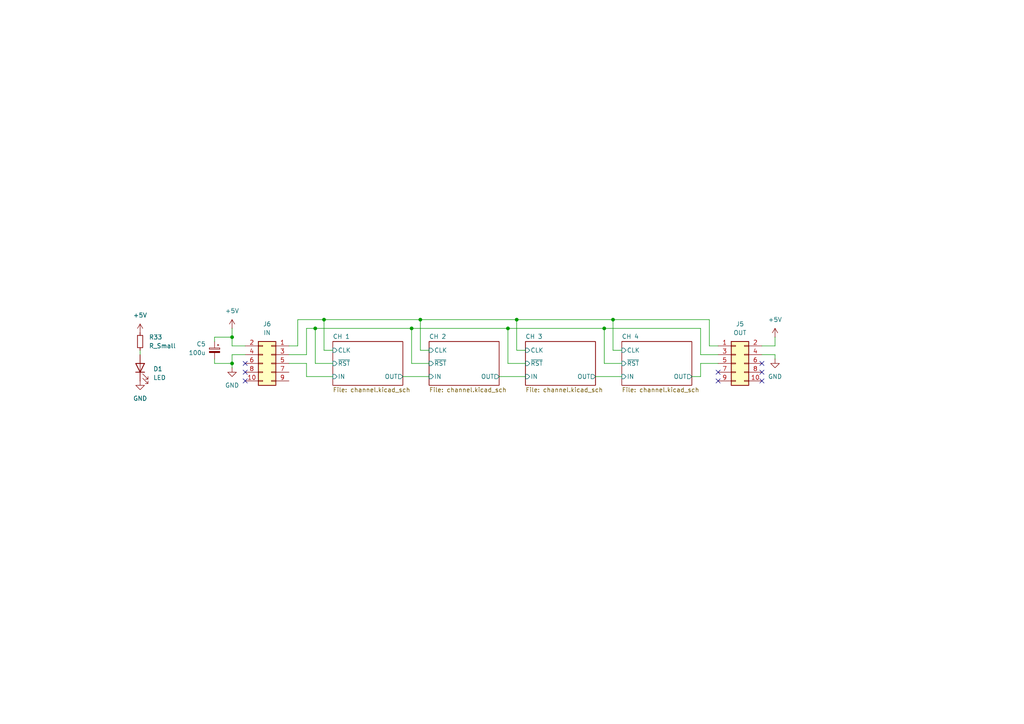
<source format=kicad_sch>
(kicad_sch (version 20250114) (generator "eeschema") (generator_version "9.0")
  (paper "A4")
  (lib_symbols
    (symbol "Connector_Generic:Conn_02x05_Odd_Even" (pin_names (offset 1.016) (hide yes))
      (property "Reference" "J" (at 1.27 7.62 0))
      (property "Value" "Conn_02x05_Odd_Even" (at 1.27 -7.62 0))
      (symbol "Conn_02x05_Odd_Even_1_1"
        (rectangle (start -1.27 6.35) (end 3.81 -6.35) (stroke (width 0.254)) (fill (type background)))
        (rectangle (start -1.27 5.207) (end 0 4.953) (stroke (width 0.1524)))
        (rectangle (start -1.27 2.667) (end 0 2.413) (stroke (width 0.1524)))
        (rectangle (start -1.27 0.127) (end 0 -0.127) (stroke (width 0.1524)))
        (rectangle (start -1.27 -2.413) (end 0 -2.667) (stroke (width 0.1524)))
        (rectangle (start -1.27 -4.953) (end 0 -5.207) (stroke (width 0.1524)))
        (rectangle (start 3.81 5.207) (end 2.54 4.953) (stroke (width 0.1524)))
        (rectangle (start 3.81 2.667) (end 2.54 2.413) (stroke (width 0.1524)))
        (rectangle (start 3.81 0.127) (end 2.54 -0.127) (stroke (width 0.1524)))
        (rectangle (start 3.81 -2.413) (end 2.54 -2.667) (stroke (width 0.1524)))
        (rectangle (start 3.81 -4.953) (end 2.54 -5.207) (stroke (width 0.1524)))
        (pin passive line (at -5.08 5.08 0) (length 3.81) (name "Pin_1") (number "1"))
        (pin passive line (at -5.08 2.54 0) (length 3.81) (name "Pin_3") (number "3"))
        (pin passive line (at -5.08 0 0) (length 3.81) (name "Pin_5") (number "5"))
        (pin passive line (at -5.08 -2.54 0) (length 3.81) (name "Pin_7") (number "7"))
        (pin passive line (at -5.08 -5.08 0) (length 3.81) (name "Pin_9") (number "9"))
        (pin passive line (at 7.62 5.08 180) (length 3.81) (name "Pin_2") (number "2"))
        (pin passive line (at 7.62 2.54 180) (length 3.81) (name "Pin_4") (number "4"))
        (pin passive line (at 7.62 0 180) (length 3.81) (name "Pin_6") (number "6"))
        (pin passive line (at 7.62 -2.54 180) (length 3.81) (name "Pin_8") (number "8"))
        (pin passive line (at 7.62 -5.08 180) (length 3.81) (name "Pin_10") (number "10"))
      )
    )
    (symbol "Device:C_Polarized_Small" (pin_numbers (hide yes)) (pin_names (offset 0.254) (hide yes))
      (property "Reference" "C" (at 0.254 1.778 0))
      (property "Value" "C_Polarized_Small" (at 0.254 -2.032 0))
      (symbol "C_Polarized_Small_0_1"
        (rectangle (start -1.524 0.6858) (end 1.524 0.3048))
        (rectangle (start -1.524 -0.3048) (end 1.524 -0.6858) (fill (type outline)))
        (polyline (pts (xy -1.27 1.524) (xy -0.762 1.524)))
        (polyline (pts (xy -1.016 1.27) (xy -1.016 1.778)))
      )
      (symbol "C_Polarized_Small_1_1"
        (pin passive line (at 0 2.54 270) (length 1.8542) (name "~") (number "1"))
        (pin passive line (at 0 -2.54 90) (length 1.8542) (name "~") (number "2"))
      )
    )
    (symbol "Device:LED" (pin_numbers (hide yes)) (pin_names (offset 1.016) (hide yes))
      (property "Reference" "D" (at 0 2.54 0))
      (property "Value" "LED" (at 0 -2.54 0))
      (symbol "LED_0_1"
        (polyline (pts (xy -3.048 -0.762) (xy -4.572 -2.286) (xy -3.81 -2.286) (xy -4.572 -2.286) (xy -4.572 -1.524)))
        (polyline (pts (xy -1.778 -0.762) (xy -3.302 -2.286) (xy -2.54 -2.286) (xy -3.302 -2.286) (xy -3.302 -1.524)))
        (polyline (pts (xy -1.27 0) (xy 1.27 0)))
        (polyline (pts (xy -1.27 -1.27) (xy -1.27 1.27)) (stroke (width 0.254)))
        (polyline (pts (xy 1.27 -1.27) (xy 1.27 1.27) (xy -1.27 0) (xy 1.27 -1.27)) (stroke (width 0.254)))
      )
      (symbol "LED_1_1"
        (pin passive line (at -3.81 0 0) (length 2.54) (name "K") (number "1"))
        (pin passive line (at 3.81 0 180) (length 2.54) (name "A") (number "2"))
      )
    )
    (symbol "Device:R_Small" (pin_numbers (hide yes)) (pin_names (offset 0.254) (hide yes))
      (property "Reference" "R" (at 0.762 0.508 0))
      (property "Value" "R_Small" (at 0.762 -1.016 0))
      (symbol "R_Small_0_1"
        (rectangle (start -0.762 1.778) (end 0.762 -1.778) (stroke (width 0.2032)))
      )
      (symbol "R_Small_1_1"
        (pin passive line (at 0 2.54 270) (length 0.762) (name "~") (number "1"))
        (pin passive line (at 0 -2.54 90) (length 0.762) (name "~") (number "2"))
      )
    )
    (symbol "power:+5V" (power) (pin_numbers (hide yes)) (pin_names (offset 0) (hide yes))
      (property "Value" "+5V" (at 0 3.556 0))
      (symbol "+5V_0_1"
        (polyline (pts (xy -0.762 1.27) (xy 0 2.54)))
        (polyline (pts (xy 0 2.54) (xy 0.762 1.27)))
        (polyline (pts (xy 0 0) (xy 0 2.54)))
      )
      (symbol "+5V_1_1"
        (pin power_in line (at 0 0 90) (length 0) (name "~") (number "1"))
      )
    )
    (symbol "power:GND" (power) (pin_numbers (hide yes)) (pin_names (offset 0) (hide yes))
      (property "Value" "GND" (at 0 -3.81 0))
      (symbol "GND_0_1"
        (polyline (pts (xy 0 0) (xy 0 -1.27) (xy 1.27 -1.27) (xy 0 -2.54) (xy -1.27 -1.27) (xy 0 -1.27)))
      )
      (symbol "GND_1_1"
        (pin power_in line (at 0 0 270) (length 0) (name "~") (number "1"))
      )
    )
  )
  (junction (at 67.31 97.79))
  (junction (at 175.26 95.25))
  (junction (at 91.44 95.25))
  (junction (at 93.98 92.71))
  (junction (at 121.92 92.71))
  (junction (at 177.8 92.71))
  (junction (at 119.38 95.25))
  (junction (at 149.86 92.71))
  (junction (at 67.31 105.41))
  (junction (at 147.32 95.25))
  (no_connect (at 71.12 110.49))
  (no_connect (at 220.98 110.49))
  (no_connect (at 220.98 105.41))
  (no_connect (at 208.28 110.49))
  (no_connect (at 71.12 107.95))
  (no_connect (at 220.98 107.95))
  (no_connect (at 71.12 105.41))
  (no_connect (at 208.28 107.95))
  (wire (pts (xy 121.92 92.71) (xy 121.92 101.6)))
  (wire (pts (xy 203.2 109.22) (xy 203.2 105.41)))
  (wire (pts (xy 203.2 102.87) (xy 203.2 95.25)))
  (wire (pts (xy 147.32 105.41) (xy 147.32 95.25)))
  (wire (pts (xy 152.4 105.41) (xy 147.32 105.41)))
  (wire (pts (xy 208.28 102.87) (xy 203.2 102.87)))
  (wire (pts (xy 175.26 105.41) (xy 180.34 105.41)))
  (wire (pts (xy 200.66 109.22) (xy 203.2 109.22)))
  (wire (pts (xy 96.52 101.6) (xy 93.98 101.6)))
  (wire (pts (xy 88.9 95.25) (xy 91.44 95.25)))
  (wire (pts (xy 67.31 97.79) (xy 67.31 100.33)))
  (wire (pts (xy 93.98 92.71) (xy 121.92 92.71)))
  (wire (pts (xy 224.79 97.79) (xy 224.79 100.33)))
  (wire (pts (xy 144.78 109.22) (xy 152.4 109.22)))
  (wire (pts (xy 124.46 105.41) (xy 119.38 105.41)))
  (wire (pts (xy 88.9 109.22) (xy 96.52 109.22)))
  (wire (pts (xy 177.8 101.6) (xy 180.34 101.6)))
  (wire (pts (xy 83.82 105.41) (xy 88.9 105.41)))
  (wire (pts (xy 124.46 101.6) (xy 121.92 101.6)))
  (wire (pts (xy 67.31 95.25) (xy 67.31 97.79)))
  (wire (pts (xy 86.36 92.71) (xy 86.36 100.33)))
  (wire (pts (xy 62.23 97.79) (xy 62.23 99.06)))
  (wire (pts (xy 93.98 101.6) (xy 93.98 92.71)))
  (wire (pts (xy 175.26 95.25) (xy 175.26 105.41)))
  (wire (pts (xy 91.44 105.41) (xy 91.44 95.25)))
  (wire (pts (xy 172.72 109.22) (xy 180.34 109.22)))
  (wire (pts (xy 205.74 92.71) (xy 205.74 100.33)))
  (wire (pts (xy 86.36 100.33) (xy 83.82 100.33)))
  (wire (pts (xy 62.23 105.41) (xy 62.23 104.14)))
  (wire (pts (xy 152.4 101.6) (xy 149.86 101.6)))
  (wire (pts (xy 119.38 105.41) (xy 119.38 95.25)))
  (wire (pts (xy 67.31 100.33) (xy 71.12 100.33)))
  (wire (pts (xy 203.2 105.41) (xy 208.28 105.41)))
  (wire (pts (xy 67.31 102.87) (xy 71.12 102.87)))
  (wire (pts (xy 93.98 92.71) (xy 86.36 92.71)))
  (wire (pts (xy 91.44 95.25) (xy 119.38 95.25)))
  (wire (pts (xy 224.79 102.87) (xy 220.98 102.87)))
  (wire (pts (xy 203.2 95.25) (xy 175.26 95.25)))
  (wire (pts (xy 147.32 95.25) (xy 175.26 95.25)))
  (wire (pts (xy 67.31 105.41) (xy 67.31 102.87)))
  (wire (pts (xy 224.79 100.33) (xy 220.98 100.33)))
  (wire (pts (xy 224.79 104.14) (xy 224.79 102.87)))
  (wire (pts (xy 40.64 101.6) (xy 40.64 102.87)))
  (wire (pts (xy 83.82 102.87) (xy 88.9 102.87)))
  (wire (pts (xy 67.31 106.68) (xy 67.31 105.41)))
  (wire (pts (xy 116.84 109.22) (xy 124.46 109.22)))
  (wire (pts (xy 121.92 92.71) (xy 149.86 92.71)))
  (wire (pts (xy 149.86 92.71) (xy 177.8 92.71)))
  (wire (pts (xy 96.52 105.41) (xy 91.44 105.41)))
  (wire (pts (xy 205.74 100.33) (xy 208.28 100.33)))
  (wire (pts (xy 119.38 95.25) (xy 147.32 95.25)))
  (wire (pts (xy 88.9 102.87) (xy 88.9 95.25)))
  (wire (pts (xy 149.86 101.6) (xy 149.86 92.71)))
  (wire (pts (xy 177.8 92.71) (xy 205.74 92.71)))
  (wire (pts (xy 67.31 97.79) (xy 62.23 97.79)))
  (wire (pts (xy 67.31 105.41) (xy 62.23 105.41)))
  (wire (pts (xy 177.8 92.71) (xy 177.8 101.6)))
  (wire (pts (xy 88.9 105.41) (xy 88.9 109.22)))
  (symbol (lib_id "power:+5V") (at 40.64 96.52 0) (unit 1)
    (property "Reference" "#PWR038" (effects (hide yes)))
    (property "Value" "+5V" (at 40.64 91.44 0))
    (property "Description" "Power symbol creates a global label with name \"+5V\"" (effects (hide yes)))
  )
  (symbol (lib_id "Connector_Generic:Conn_02x05_Odd_Even") (at 78.74 105.41 0) (mirror y) (unit 1)
    (property "Reference" "J6" (at 77.47 93.98 0))
    (property "Value" "IN" (at 77.47 96.52 0))
    (property "Footprint" "Connector_IDC:IDC-Header_2x05_P2.54mm_Vertical" (effects (hide yes)))
    (property "Description" "Generic connector, double row, 02x05, odd/even pin numbering scheme (row 1 odd numbers, row 2 even numbers), script generated (kicad-library-utils/schlib/autogen/connector/)" (effects (hide yes)))
  )
  (symbol (lib_id "Device:R_Small") (at 40.64 99.06 0) (unit 1)
    (property "Reference" "R33" (at 43.18 97.7899 0) (effects (justify left)))
    (property "Value" "R_Small" (at 43.18 100.3299 0) (effects (justify left)))
    (property "Footprint" "Resistor_SMD:R_0805_2012Metric" (effects (hide yes)))
    (property "Description" "Resistor, small symbol" (effects (hide yes)))
  )
  (symbol (lib_id "power:+5V") (at 67.31 95.25 0) (mirror y) (unit 1)
    (property "Reference" "#PWR031" (effects (hide yes)))
    (property "Value" "+5V" (at 67.31 90.17 0))
    (property "Description" "Power symbol creates a global label with name \"+5V\"" (effects (hide yes)))
  )
  (symbol (lib_id "Device:C_Polarized_Small") (at 62.23 101.6 0) (mirror y) (unit 1)
    (property "Reference" "C5" (at 59.69 99.7838 0) (effects (justify left)))
    (property "Value" "100u" (at 59.69 102.3238 0) (effects (justify left)))
    (property "Footprint" "Capacitor_THT:CP_Radial_D5.0mm_P2.00mm" (effects (hide yes)))
    (property "Description" "Polarized capacitor, small symbol" (effects (hide yes)))
  )
  (symbol (lib_id "power:GND") (at 67.31 106.68 0) (mirror y) (unit 1)
    (property "Reference" "#PWR032" (effects (hide yes)))
    (property "Value" "GND" (at 67.31 111.76 0))
    (property "Description" "Power symbol creates a global label with name \"GND\" , ground" (effects (hide yes)))
  )
  (symbol (lib_id "Device:LED") (at 40.64 106.68 90) (unit 1)
    (property "Reference" "D1" (at 44.45 106.9974 90) (effects (justify right)))
    (property "Value" "LED" (at 44.45 109.5374 90) (effects (justify right)))
    (property "Footprint" "LED_THT:LED_D3.0mm" (effects (hide yes)))
    (property "Description" "Light emitting diode" (effects (hide yes)))
    (property "Sim.Pins" "1=K 2=A" (effects (hide yes)))
  )
  (symbol (lib_id "power:GND") (at 224.79 104.14 0) (unit 1)
    (property "Reference" "#PWR029" (effects (hide yes)))
    (property "Value" "GND" (at 224.79 109.22 0))
    (property "Description" "Power symbol creates a global label with name \"GND\" , ground" (effects (hide yes)))
  )
  (symbol (lib_id "power:GND") (at 40.64 110.49 0) (unit 1)
    (property "Reference" "#PWR039" (effects (hide yes)))
    (property "Value" "GND" (at 40.64 115.57 0))
    (property "Description" "Power symbol creates a global label with name \"GND\" , ground" (effects (hide yes)))
  )
  (symbol (lib_id "power:+5V") (at 224.79 97.79 0) (unit 1)
    (property "Reference" "#PWR030" (effects (hide yes)))
    (property "Value" "+5V" (at 224.79 92.71 0))
    (property "Description" "Power symbol creates a global label with name \"+5V\"" (effects (hide yes)))
  )
  (symbol (lib_id "Connector_Generic:Conn_02x05_Odd_Even") (at 213.36 105.41 0) (unit 1)
    (property "Reference" "J5" (at 214.63 93.98 0))
    (property "Value" "OUT" (at 214.63 96.52 0))
    (property "Footprint" "Connector_IDC:IDC-Header_2x05_P2.54mm_Vertical" (effects (hide yes)))
    (property "Description" "Generic connector, double row, 02x05, odd/even pin numbering scheme (row 1 odd numbers, row 2 even numbers), script generated (kicad-library-utils/schlib/autogen/connector/)" (effects (hide yes)))
  )
  (sheet (at 96.52 99.06) (size 20.32 12.7) (stroke (width 0.1524))
    (property "Sheetname" "CH 1" (at 96.52 98.3484 0) (effects (justify left bottom)))
    (property "Sheetfile" "channel.kicad_sch" (at 96.52 112.3446 0) (effects (justify left top)))
    (pin "CLK" input (at 96.52 101.6 180))
    (pin "IN" input (at 96.52 109.22 180))
    (pin "OUT" output (at 116.84 109.22 0))
    (pin "~{RST}" input (at 96.52 105.41 180))
  )
  (sheet (at 180.34 99.06) (size 20.32 12.7) (stroke (width 0.1524))
    (property "Sheetname" "CH 4" (at 180.34 98.3484 0) (effects (justify left bottom)))
    (property "Sheetfile" "channel.kicad_sch" (at 180.34 112.3446 0) (effects (justify left top)))
    (pin "CLK" input (at 180.34 101.6 180))
    (pin "IN" input (at 180.34 109.22 180))
    (pin "OUT" output (at 200.66 109.22 0))
    (pin "~{RST}" input (at 180.34 105.41 180))
  )
  (sheet (at 124.46 99.06) (size 20.32 12.7) (stroke (width 0.1524))
    (property "Sheetname" "CH 2" (at 124.46 98.3484 0) (effects (justify left bottom)))
    (property "Sheetfile" "channel.kicad_sch" (at 124.46 112.3446 0) (effects (justify left top)))
    (pin "CLK" input (at 124.46 101.6 180))
    (pin "IN" input (at 124.46 109.22 180))
    (pin "OUT" output (at 144.78 109.22 0))
    (pin "~{RST}" input (at 124.46 105.41 180))
  )
  (sheet (at 152.4 99.06) (size 20.32 12.7) (stroke (width 0.1524))
    (property "Sheetname" "CH 3" (at 152.4 98.3484 0) (effects (justify left bottom)))
    (property "Sheetfile" "channel.kicad_sch" (at 152.4 112.3446 0) (effects (justify left top)))
    (pin "CLK" input (at 152.4 101.6 180))
    (pin "IN" input (at 152.4 109.22 180))
    (pin "OUT" output (at 172.72 109.22 0))
    (pin "~{RST}" input (at 152.4 105.41 180))
  )
)
</source>
